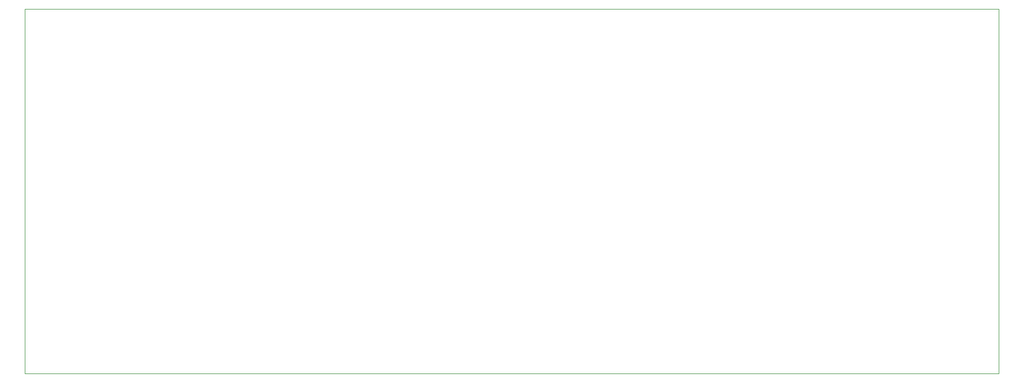
<source format=gbr>
%TF.GenerationSoftware,KiCad,Pcbnew,5.1.9-73d0e3b20d~88~ubuntu20.04.1*%
%TF.CreationDate,2021-03-03T11:33:07+04:00*%
%TF.ProjectId,main_board,6d61696e-5f62-46f6-9172-642e6b696361,rev?*%
%TF.SameCoordinates,Original*%
%TF.FileFunction,Profile,NP*%
%FSLAX46Y46*%
G04 Gerber Fmt 4.6, Leading zero omitted, Abs format (unit mm)*
G04 Created by KiCad (PCBNEW 5.1.9-73d0e3b20d~88~ubuntu20.04.1) date 2021-03-03 11:33:07*
%MOMM*%
%LPD*%
G01*
G04 APERTURE LIST*
%TA.AperFunction,Profile*%
%ADD10C,0.100000*%
%TD*%
G04 APERTURE END LIST*
D10*
X210400000Y-29600000D02*
X54200000Y-29600000D01*
X210400000Y-29600000D02*
X210400000Y-88000000D01*
X210400000Y-88000000D02*
X54200000Y-88000000D01*
X54200000Y-29600000D02*
X54200000Y-88000000D01*
M02*

</source>
